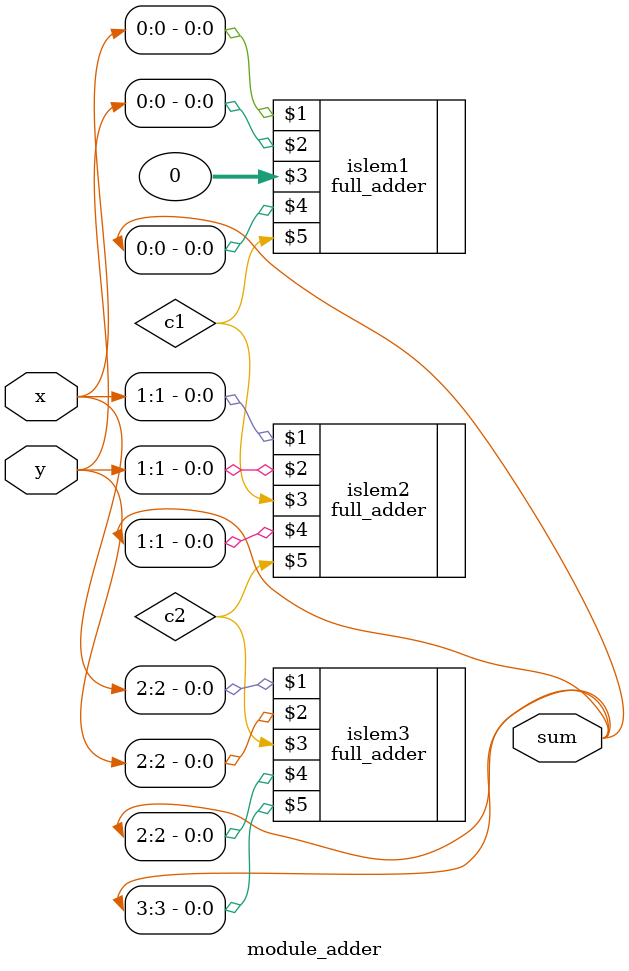
<source format=v>
`timescale 1ns / 1ps


module module_adder(x,y,sum);

input [2:0] x,y;
output [3:0] sum;

wire c1,c2,c3;

full_adder islem1(x[0],y[0],0,sum[0],c1);
full_adder islem2(x[1],y[1],c1,sum[1],c2);
full_adder islem3(x[2],y[2],c2,sum[2],sum[3]);

endmodule


</source>
